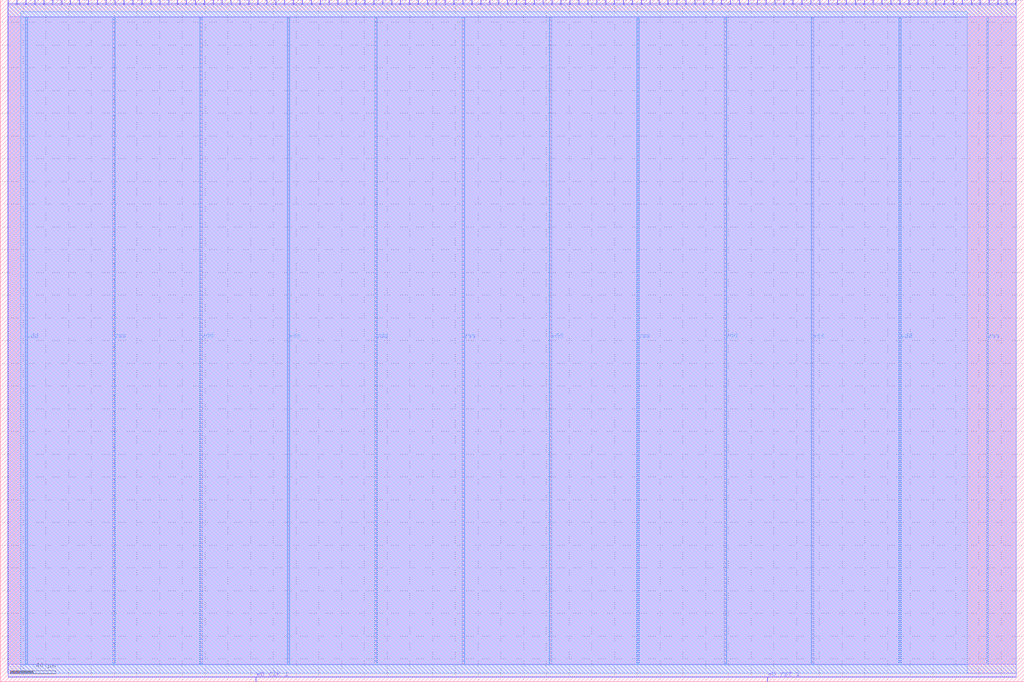
<source format=lef>
VERSION 5.7 ;
  NOWIREEXTENSIONATPIN ON ;
  DIVIDERCHAR "/" ;
  BUSBITCHARS "[]" ;
MACRO wrapped_as2650
  CLASS BLOCK ;
  FOREIGN wrapped_as2650 ;
  ORIGIN 0.000 0.000 ;
  SIZE 900.000 BY 600.000 ;
  PIN io_in[0]
    DIRECTION INPUT ;
    USE SIGNAL ;
    PORT
      LAYER Metal2 ;
        RECT 6.720 596.000 7.280 600.000 ;
    END
  END io_in[0]
  PIN io_in[10]
    DIRECTION INPUT ;
    USE SIGNAL ;
    PORT
      LAYER Metal2 ;
        RECT 241.920 596.000 242.480 600.000 ;
    END
  END io_in[10]
  PIN io_in[11]
    DIRECTION INPUT ;
    USE SIGNAL ;
    PORT
      LAYER Metal2 ;
        RECT 265.440 596.000 266.000 600.000 ;
    END
  END io_in[11]
  PIN io_in[12]
    DIRECTION INPUT ;
    USE SIGNAL ;
    PORT
      LAYER Metal2 ;
        RECT 288.960 596.000 289.520 600.000 ;
    END
  END io_in[12]
  PIN io_in[13]
    DIRECTION INPUT ;
    USE SIGNAL ;
    PORT
      LAYER Metal2 ;
        RECT 312.480 596.000 313.040 600.000 ;
    END
  END io_in[13]
  PIN io_in[14]
    DIRECTION INPUT ;
    USE SIGNAL ;
    PORT
      LAYER Metal2 ;
        RECT 336.000 596.000 336.560 600.000 ;
    END
  END io_in[14]
  PIN io_in[15]
    DIRECTION INPUT ;
    USE SIGNAL ;
    PORT
      LAYER Metal2 ;
        RECT 359.520 596.000 360.080 600.000 ;
    END
  END io_in[15]
  PIN io_in[16]
    DIRECTION INPUT ;
    USE SIGNAL ;
    PORT
      LAYER Metal2 ;
        RECT 383.040 596.000 383.600 600.000 ;
    END
  END io_in[16]
  PIN io_in[17]
    DIRECTION INPUT ;
    USE SIGNAL ;
    PORT
      LAYER Metal2 ;
        RECT 406.560 596.000 407.120 600.000 ;
    END
  END io_in[17]
  PIN io_in[18]
    DIRECTION INPUT ;
    USE SIGNAL ;
    PORT
      LAYER Metal2 ;
        RECT 430.080 596.000 430.640 600.000 ;
    END
  END io_in[18]
  PIN io_in[19]
    DIRECTION INPUT ;
    USE SIGNAL ;
    PORT
      LAYER Metal2 ;
        RECT 453.600 596.000 454.160 600.000 ;
    END
  END io_in[19]
  PIN io_in[1]
    DIRECTION INPUT ;
    USE SIGNAL ;
    PORT
      LAYER Metal2 ;
        RECT 30.240 596.000 30.800 600.000 ;
    END
  END io_in[1]
  PIN io_in[20]
    DIRECTION INPUT ;
    USE SIGNAL ;
    PORT
      LAYER Metal2 ;
        RECT 477.120 596.000 477.680 600.000 ;
    END
  END io_in[20]
  PIN io_in[21]
    DIRECTION INPUT ;
    USE SIGNAL ;
    PORT
      LAYER Metal2 ;
        RECT 500.640 596.000 501.200 600.000 ;
    END
  END io_in[21]
  PIN io_in[22]
    DIRECTION INPUT ;
    USE SIGNAL ;
    PORT
      LAYER Metal2 ;
        RECT 524.160 596.000 524.720 600.000 ;
    END
  END io_in[22]
  PIN io_in[23]
    DIRECTION INPUT ;
    USE SIGNAL ;
    PORT
      LAYER Metal2 ;
        RECT 547.680 596.000 548.240 600.000 ;
    END
  END io_in[23]
  PIN io_in[24]
    DIRECTION INPUT ;
    USE SIGNAL ;
    PORT
      LAYER Metal2 ;
        RECT 571.200 596.000 571.760 600.000 ;
    END
  END io_in[24]
  PIN io_in[25]
    DIRECTION INPUT ;
    USE SIGNAL ;
    PORT
      LAYER Metal2 ;
        RECT 594.720 596.000 595.280 600.000 ;
    END
  END io_in[25]
  PIN io_in[26]
    DIRECTION INPUT ;
    USE SIGNAL ;
    PORT
      LAYER Metal2 ;
        RECT 618.240 596.000 618.800 600.000 ;
    END
  END io_in[26]
  PIN io_in[27]
    DIRECTION INPUT ;
    USE SIGNAL ;
    PORT
      LAYER Metal2 ;
        RECT 641.760 596.000 642.320 600.000 ;
    END
  END io_in[27]
  PIN io_in[28]
    DIRECTION INPUT ;
    USE SIGNAL ;
    PORT
      LAYER Metal2 ;
        RECT 665.280 596.000 665.840 600.000 ;
    END
  END io_in[28]
  PIN io_in[29]
    DIRECTION INPUT ;
    USE SIGNAL ;
    PORT
      LAYER Metal2 ;
        RECT 688.800 596.000 689.360 600.000 ;
    END
  END io_in[29]
  PIN io_in[2]
    DIRECTION INPUT ;
    USE SIGNAL ;
    PORT
      LAYER Metal2 ;
        RECT 53.760 596.000 54.320 600.000 ;
    END
  END io_in[2]
  PIN io_in[30]
    DIRECTION INPUT ;
    USE SIGNAL ;
    PORT
      LAYER Metal2 ;
        RECT 712.320 596.000 712.880 600.000 ;
    END
  END io_in[30]
  PIN io_in[31]
    DIRECTION INPUT ;
    USE SIGNAL ;
    PORT
      LAYER Metal2 ;
        RECT 735.840 596.000 736.400 600.000 ;
    END
  END io_in[31]
  PIN io_in[32]
    DIRECTION INPUT ;
    USE SIGNAL ;
    PORT
      LAYER Metal2 ;
        RECT 759.360 596.000 759.920 600.000 ;
    END
  END io_in[32]
  PIN io_in[33]
    DIRECTION INPUT ;
    USE SIGNAL ;
    PORT
      LAYER Metal2 ;
        RECT 782.880 596.000 783.440 600.000 ;
    END
  END io_in[33]
  PIN io_in[34]
    DIRECTION INPUT ;
    USE SIGNAL ;
    PORT
      LAYER Metal2 ;
        RECT 806.400 596.000 806.960 600.000 ;
    END
  END io_in[34]
  PIN io_in[35]
    DIRECTION INPUT ;
    USE SIGNAL ;
    PORT
      LAYER Metal2 ;
        RECT 829.920 596.000 830.480 600.000 ;
    END
  END io_in[35]
  PIN io_in[36]
    DIRECTION INPUT ;
    USE SIGNAL ;
    PORT
      LAYER Metal2 ;
        RECT 853.440 596.000 854.000 600.000 ;
    END
  END io_in[36]
  PIN io_in[37]
    DIRECTION INPUT ;
    USE SIGNAL ;
    PORT
      LAYER Metal2 ;
        RECT 876.960 596.000 877.520 600.000 ;
    END
  END io_in[37]
  PIN io_in[3]
    DIRECTION INPUT ;
    USE SIGNAL ;
    PORT
      LAYER Metal2 ;
        RECT 77.280 596.000 77.840 600.000 ;
    END
  END io_in[3]
  PIN io_in[4]
    DIRECTION INPUT ;
    USE SIGNAL ;
    PORT
      LAYER Metal2 ;
        RECT 100.800 596.000 101.360 600.000 ;
    END
  END io_in[4]
  PIN io_in[5]
    DIRECTION INPUT ;
    USE SIGNAL ;
    PORT
      LAYER Metal2 ;
        RECT 124.320 596.000 124.880 600.000 ;
    END
  END io_in[5]
  PIN io_in[6]
    DIRECTION INPUT ;
    USE SIGNAL ;
    PORT
      LAYER Metal2 ;
        RECT 147.840 596.000 148.400 600.000 ;
    END
  END io_in[6]
  PIN io_in[7]
    DIRECTION INPUT ;
    USE SIGNAL ;
    PORT
      LAYER Metal2 ;
        RECT 171.360 596.000 171.920 600.000 ;
    END
  END io_in[7]
  PIN io_in[8]
    DIRECTION INPUT ;
    USE SIGNAL ;
    PORT
      LAYER Metal2 ;
        RECT 194.880 596.000 195.440 600.000 ;
    END
  END io_in[8]
  PIN io_in[9]
    DIRECTION INPUT ;
    USE SIGNAL ;
    PORT
      LAYER Metal2 ;
        RECT 218.400 596.000 218.960 600.000 ;
    END
  END io_in[9]
  PIN io_oeb[0]
    DIRECTION OUTPUT TRISTATE ;
    USE SIGNAL ;
    PORT
      LAYER Metal2 ;
        RECT 14.560 596.000 15.120 600.000 ;
    END
  END io_oeb[0]
  PIN io_oeb[10]
    DIRECTION OUTPUT TRISTATE ;
    USE SIGNAL ;
    PORT
      LAYER Metal2 ;
        RECT 249.760 596.000 250.320 600.000 ;
    END
  END io_oeb[10]
  PIN io_oeb[11]
    DIRECTION OUTPUT TRISTATE ;
    USE SIGNAL ;
    PORT
      LAYER Metal2 ;
        RECT 273.280 596.000 273.840 600.000 ;
    END
  END io_oeb[11]
  PIN io_oeb[12]
    DIRECTION OUTPUT TRISTATE ;
    USE SIGNAL ;
    PORT
      LAYER Metal2 ;
        RECT 296.800 596.000 297.360 600.000 ;
    END
  END io_oeb[12]
  PIN io_oeb[13]
    DIRECTION OUTPUT TRISTATE ;
    USE SIGNAL ;
    PORT
      LAYER Metal2 ;
        RECT 320.320 596.000 320.880 600.000 ;
    END
  END io_oeb[13]
  PIN io_oeb[14]
    DIRECTION OUTPUT TRISTATE ;
    USE SIGNAL ;
    PORT
      LAYER Metal2 ;
        RECT 343.840 596.000 344.400 600.000 ;
    END
  END io_oeb[14]
  PIN io_oeb[15]
    DIRECTION OUTPUT TRISTATE ;
    USE SIGNAL ;
    PORT
      LAYER Metal2 ;
        RECT 367.360 596.000 367.920 600.000 ;
    END
  END io_oeb[15]
  PIN io_oeb[16]
    DIRECTION OUTPUT TRISTATE ;
    USE SIGNAL ;
    PORT
      LAYER Metal2 ;
        RECT 390.880 596.000 391.440 600.000 ;
    END
  END io_oeb[16]
  PIN io_oeb[17]
    DIRECTION OUTPUT TRISTATE ;
    USE SIGNAL ;
    PORT
      LAYER Metal2 ;
        RECT 414.400 596.000 414.960 600.000 ;
    END
  END io_oeb[17]
  PIN io_oeb[18]
    DIRECTION OUTPUT TRISTATE ;
    USE SIGNAL ;
    PORT
      LAYER Metal2 ;
        RECT 437.920 596.000 438.480 600.000 ;
    END
  END io_oeb[18]
  PIN io_oeb[19]
    DIRECTION OUTPUT TRISTATE ;
    USE SIGNAL ;
    PORT
      LAYER Metal2 ;
        RECT 461.440 596.000 462.000 600.000 ;
    END
  END io_oeb[19]
  PIN io_oeb[1]
    DIRECTION OUTPUT TRISTATE ;
    USE SIGNAL ;
    PORT
      LAYER Metal2 ;
        RECT 38.080 596.000 38.640 600.000 ;
    END
  END io_oeb[1]
  PIN io_oeb[20]
    DIRECTION OUTPUT TRISTATE ;
    USE SIGNAL ;
    PORT
      LAYER Metal2 ;
        RECT 484.960 596.000 485.520 600.000 ;
    END
  END io_oeb[20]
  PIN io_oeb[21]
    DIRECTION OUTPUT TRISTATE ;
    USE SIGNAL ;
    PORT
      LAYER Metal2 ;
        RECT 508.480 596.000 509.040 600.000 ;
    END
  END io_oeb[21]
  PIN io_oeb[22]
    DIRECTION OUTPUT TRISTATE ;
    USE SIGNAL ;
    PORT
      LAYER Metal2 ;
        RECT 532.000 596.000 532.560 600.000 ;
    END
  END io_oeb[22]
  PIN io_oeb[23]
    DIRECTION OUTPUT TRISTATE ;
    USE SIGNAL ;
    PORT
      LAYER Metal2 ;
        RECT 555.520 596.000 556.080 600.000 ;
    END
  END io_oeb[23]
  PIN io_oeb[24]
    DIRECTION OUTPUT TRISTATE ;
    USE SIGNAL ;
    PORT
      LAYER Metal2 ;
        RECT 579.040 596.000 579.600 600.000 ;
    END
  END io_oeb[24]
  PIN io_oeb[25]
    DIRECTION OUTPUT TRISTATE ;
    USE SIGNAL ;
    PORT
      LAYER Metal2 ;
        RECT 602.560 596.000 603.120 600.000 ;
    END
  END io_oeb[25]
  PIN io_oeb[26]
    DIRECTION OUTPUT TRISTATE ;
    USE SIGNAL ;
    PORT
      LAYER Metal2 ;
        RECT 626.080 596.000 626.640 600.000 ;
    END
  END io_oeb[26]
  PIN io_oeb[27]
    DIRECTION OUTPUT TRISTATE ;
    USE SIGNAL ;
    PORT
      LAYER Metal2 ;
        RECT 649.600 596.000 650.160 600.000 ;
    END
  END io_oeb[27]
  PIN io_oeb[28]
    DIRECTION OUTPUT TRISTATE ;
    USE SIGNAL ;
    PORT
      LAYER Metal2 ;
        RECT 673.120 596.000 673.680 600.000 ;
    END
  END io_oeb[28]
  PIN io_oeb[29]
    DIRECTION OUTPUT TRISTATE ;
    USE SIGNAL ;
    PORT
      LAYER Metal2 ;
        RECT 696.640 596.000 697.200 600.000 ;
    END
  END io_oeb[29]
  PIN io_oeb[2]
    DIRECTION OUTPUT TRISTATE ;
    USE SIGNAL ;
    PORT
      LAYER Metal2 ;
        RECT 61.600 596.000 62.160 600.000 ;
    END
  END io_oeb[2]
  PIN io_oeb[30]
    DIRECTION OUTPUT TRISTATE ;
    USE SIGNAL ;
    PORT
      LAYER Metal2 ;
        RECT 720.160 596.000 720.720 600.000 ;
    END
  END io_oeb[30]
  PIN io_oeb[31]
    DIRECTION OUTPUT TRISTATE ;
    USE SIGNAL ;
    PORT
      LAYER Metal2 ;
        RECT 743.680 596.000 744.240 600.000 ;
    END
  END io_oeb[31]
  PIN io_oeb[32]
    DIRECTION OUTPUT TRISTATE ;
    USE SIGNAL ;
    PORT
      LAYER Metal2 ;
        RECT 767.200 596.000 767.760 600.000 ;
    END
  END io_oeb[32]
  PIN io_oeb[33]
    DIRECTION OUTPUT TRISTATE ;
    USE SIGNAL ;
    PORT
      LAYER Metal2 ;
        RECT 790.720 596.000 791.280 600.000 ;
    END
  END io_oeb[33]
  PIN io_oeb[34]
    DIRECTION OUTPUT TRISTATE ;
    USE SIGNAL ;
    PORT
      LAYER Metal2 ;
        RECT 814.240 596.000 814.800 600.000 ;
    END
  END io_oeb[34]
  PIN io_oeb[35]
    DIRECTION OUTPUT TRISTATE ;
    USE SIGNAL ;
    PORT
      LAYER Metal2 ;
        RECT 837.760 596.000 838.320 600.000 ;
    END
  END io_oeb[35]
  PIN io_oeb[36]
    DIRECTION OUTPUT TRISTATE ;
    USE SIGNAL ;
    PORT
      LAYER Metal2 ;
        RECT 861.280 596.000 861.840 600.000 ;
    END
  END io_oeb[36]
  PIN io_oeb[37]
    DIRECTION OUTPUT TRISTATE ;
    USE SIGNAL ;
    PORT
      LAYER Metal2 ;
        RECT 884.800 596.000 885.360 600.000 ;
    END
  END io_oeb[37]
  PIN io_oeb[3]
    DIRECTION OUTPUT TRISTATE ;
    USE SIGNAL ;
    PORT
      LAYER Metal2 ;
        RECT 85.120 596.000 85.680 600.000 ;
    END
  END io_oeb[3]
  PIN io_oeb[4]
    DIRECTION OUTPUT TRISTATE ;
    USE SIGNAL ;
    PORT
      LAYER Metal2 ;
        RECT 108.640 596.000 109.200 600.000 ;
    END
  END io_oeb[4]
  PIN io_oeb[5]
    DIRECTION OUTPUT TRISTATE ;
    USE SIGNAL ;
    PORT
      LAYER Metal2 ;
        RECT 132.160 596.000 132.720 600.000 ;
    END
  END io_oeb[5]
  PIN io_oeb[6]
    DIRECTION OUTPUT TRISTATE ;
    USE SIGNAL ;
    PORT
      LAYER Metal2 ;
        RECT 155.680 596.000 156.240 600.000 ;
    END
  END io_oeb[6]
  PIN io_oeb[7]
    DIRECTION OUTPUT TRISTATE ;
    USE SIGNAL ;
    PORT
      LAYER Metal2 ;
        RECT 179.200 596.000 179.760 600.000 ;
    END
  END io_oeb[7]
  PIN io_oeb[8]
    DIRECTION OUTPUT TRISTATE ;
    USE SIGNAL ;
    PORT
      LAYER Metal2 ;
        RECT 202.720 596.000 203.280 600.000 ;
    END
  END io_oeb[8]
  PIN io_oeb[9]
    DIRECTION OUTPUT TRISTATE ;
    USE SIGNAL ;
    PORT
      LAYER Metal2 ;
        RECT 226.240 596.000 226.800 600.000 ;
    END
  END io_oeb[9]
  PIN io_out[0]
    DIRECTION OUTPUT TRISTATE ;
    USE SIGNAL ;
    PORT
      LAYER Metal2 ;
        RECT 22.400 596.000 22.960 600.000 ;
    END
  END io_out[0]
  PIN io_out[10]
    DIRECTION OUTPUT TRISTATE ;
    USE SIGNAL ;
    PORT
      LAYER Metal2 ;
        RECT 257.600 596.000 258.160 600.000 ;
    END
  END io_out[10]
  PIN io_out[11]
    DIRECTION OUTPUT TRISTATE ;
    USE SIGNAL ;
    PORT
      LAYER Metal2 ;
        RECT 281.120 596.000 281.680 600.000 ;
    END
  END io_out[11]
  PIN io_out[12]
    DIRECTION OUTPUT TRISTATE ;
    USE SIGNAL ;
    PORT
      LAYER Metal2 ;
        RECT 304.640 596.000 305.200 600.000 ;
    END
  END io_out[12]
  PIN io_out[13]
    DIRECTION OUTPUT TRISTATE ;
    USE SIGNAL ;
    PORT
      LAYER Metal2 ;
        RECT 328.160 596.000 328.720 600.000 ;
    END
  END io_out[13]
  PIN io_out[14]
    DIRECTION OUTPUT TRISTATE ;
    USE SIGNAL ;
    PORT
      LAYER Metal2 ;
        RECT 351.680 596.000 352.240 600.000 ;
    END
  END io_out[14]
  PIN io_out[15]
    DIRECTION OUTPUT TRISTATE ;
    USE SIGNAL ;
    PORT
      LAYER Metal2 ;
        RECT 375.200 596.000 375.760 600.000 ;
    END
  END io_out[15]
  PIN io_out[16]
    DIRECTION OUTPUT TRISTATE ;
    USE SIGNAL ;
    PORT
      LAYER Metal2 ;
        RECT 398.720 596.000 399.280 600.000 ;
    END
  END io_out[16]
  PIN io_out[17]
    DIRECTION OUTPUT TRISTATE ;
    USE SIGNAL ;
    PORT
      LAYER Metal2 ;
        RECT 422.240 596.000 422.800 600.000 ;
    END
  END io_out[17]
  PIN io_out[18]
    DIRECTION OUTPUT TRISTATE ;
    USE SIGNAL ;
    PORT
      LAYER Metal2 ;
        RECT 445.760 596.000 446.320 600.000 ;
    END
  END io_out[18]
  PIN io_out[19]
    DIRECTION OUTPUT TRISTATE ;
    USE SIGNAL ;
    PORT
      LAYER Metal2 ;
        RECT 469.280 596.000 469.840 600.000 ;
    END
  END io_out[19]
  PIN io_out[1]
    DIRECTION OUTPUT TRISTATE ;
    USE SIGNAL ;
    PORT
      LAYER Metal2 ;
        RECT 45.920 596.000 46.480 600.000 ;
    END
  END io_out[1]
  PIN io_out[20]
    DIRECTION OUTPUT TRISTATE ;
    USE SIGNAL ;
    PORT
      LAYER Metal2 ;
        RECT 492.800 596.000 493.360 600.000 ;
    END
  END io_out[20]
  PIN io_out[21]
    DIRECTION OUTPUT TRISTATE ;
    USE SIGNAL ;
    PORT
      LAYER Metal2 ;
        RECT 516.320 596.000 516.880 600.000 ;
    END
  END io_out[21]
  PIN io_out[22]
    DIRECTION OUTPUT TRISTATE ;
    USE SIGNAL ;
    PORT
      LAYER Metal2 ;
        RECT 539.840 596.000 540.400 600.000 ;
    END
  END io_out[22]
  PIN io_out[23]
    DIRECTION OUTPUT TRISTATE ;
    USE SIGNAL ;
    PORT
      LAYER Metal2 ;
        RECT 563.360 596.000 563.920 600.000 ;
    END
  END io_out[23]
  PIN io_out[24]
    DIRECTION OUTPUT TRISTATE ;
    USE SIGNAL ;
    PORT
      LAYER Metal2 ;
        RECT 586.880 596.000 587.440 600.000 ;
    END
  END io_out[24]
  PIN io_out[25]
    DIRECTION OUTPUT TRISTATE ;
    USE SIGNAL ;
    PORT
      LAYER Metal2 ;
        RECT 610.400 596.000 610.960 600.000 ;
    END
  END io_out[25]
  PIN io_out[26]
    DIRECTION OUTPUT TRISTATE ;
    USE SIGNAL ;
    PORT
      LAYER Metal2 ;
        RECT 633.920 596.000 634.480 600.000 ;
    END
  END io_out[26]
  PIN io_out[27]
    DIRECTION OUTPUT TRISTATE ;
    USE SIGNAL ;
    PORT
      LAYER Metal2 ;
        RECT 657.440 596.000 658.000 600.000 ;
    END
  END io_out[27]
  PIN io_out[28]
    DIRECTION OUTPUT TRISTATE ;
    USE SIGNAL ;
    PORT
      LAYER Metal2 ;
        RECT 680.960 596.000 681.520 600.000 ;
    END
  END io_out[28]
  PIN io_out[29]
    DIRECTION OUTPUT TRISTATE ;
    USE SIGNAL ;
    PORT
      LAYER Metal2 ;
        RECT 704.480 596.000 705.040 600.000 ;
    END
  END io_out[29]
  PIN io_out[2]
    DIRECTION OUTPUT TRISTATE ;
    USE SIGNAL ;
    PORT
      LAYER Metal2 ;
        RECT 69.440 596.000 70.000 600.000 ;
    END
  END io_out[2]
  PIN io_out[30]
    DIRECTION OUTPUT TRISTATE ;
    USE SIGNAL ;
    PORT
      LAYER Metal2 ;
        RECT 728.000 596.000 728.560 600.000 ;
    END
  END io_out[30]
  PIN io_out[31]
    DIRECTION OUTPUT TRISTATE ;
    USE SIGNAL ;
    PORT
      LAYER Metal2 ;
        RECT 751.520 596.000 752.080 600.000 ;
    END
  END io_out[31]
  PIN io_out[32]
    DIRECTION OUTPUT TRISTATE ;
    USE SIGNAL ;
    PORT
      LAYER Metal2 ;
        RECT 775.040 596.000 775.600 600.000 ;
    END
  END io_out[32]
  PIN io_out[33]
    DIRECTION OUTPUT TRISTATE ;
    USE SIGNAL ;
    PORT
      LAYER Metal2 ;
        RECT 798.560 596.000 799.120 600.000 ;
    END
  END io_out[33]
  PIN io_out[34]
    DIRECTION OUTPUT TRISTATE ;
    USE SIGNAL ;
    PORT
      LAYER Metal2 ;
        RECT 822.080 596.000 822.640 600.000 ;
    END
  END io_out[34]
  PIN io_out[35]
    DIRECTION OUTPUT TRISTATE ;
    USE SIGNAL ;
    PORT
      LAYER Metal2 ;
        RECT 845.600 596.000 846.160 600.000 ;
    END
  END io_out[35]
  PIN io_out[36]
    DIRECTION OUTPUT TRISTATE ;
    USE SIGNAL ;
    PORT
      LAYER Metal2 ;
        RECT 869.120 596.000 869.680 600.000 ;
    END
  END io_out[36]
  PIN io_out[37]
    DIRECTION OUTPUT TRISTATE ;
    USE SIGNAL ;
    PORT
      LAYER Metal2 ;
        RECT 892.640 596.000 893.200 600.000 ;
    END
  END io_out[37]
  PIN io_out[3]
    DIRECTION OUTPUT TRISTATE ;
    USE SIGNAL ;
    PORT
      LAYER Metal2 ;
        RECT 92.960 596.000 93.520 600.000 ;
    END
  END io_out[3]
  PIN io_out[4]
    DIRECTION OUTPUT TRISTATE ;
    USE SIGNAL ;
    PORT
      LAYER Metal2 ;
        RECT 116.480 596.000 117.040 600.000 ;
    END
  END io_out[4]
  PIN io_out[5]
    DIRECTION OUTPUT TRISTATE ;
    USE SIGNAL ;
    PORT
      LAYER Metal2 ;
        RECT 140.000 596.000 140.560 600.000 ;
    END
  END io_out[5]
  PIN io_out[6]
    DIRECTION OUTPUT TRISTATE ;
    USE SIGNAL ;
    PORT
      LAYER Metal2 ;
        RECT 163.520 596.000 164.080 600.000 ;
    END
  END io_out[6]
  PIN io_out[7]
    DIRECTION OUTPUT TRISTATE ;
    USE SIGNAL ;
    PORT
      LAYER Metal2 ;
        RECT 187.040 596.000 187.600 600.000 ;
    END
  END io_out[7]
  PIN io_out[8]
    DIRECTION OUTPUT TRISTATE ;
    USE SIGNAL ;
    PORT
      LAYER Metal2 ;
        RECT 210.560 596.000 211.120 600.000 ;
    END
  END io_out[8]
  PIN io_out[9]
    DIRECTION OUTPUT TRISTATE ;
    USE SIGNAL ;
    PORT
      LAYER Metal2 ;
        RECT 234.080 596.000 234.640 600.000 ;
    END
  END io_out[9]
  PIN vdd
    DIRECTION INOUT ;
    USE POWER ;
    PORT
      LAYER Metal4 ;
        RECT 22.240 15.380 23.840 584.380 ;
    END
    PORT
      LAYER Metal4 ;
        RECT 175.840 15.380 177.440 584.380 ;
    END
    PORT
      LAYER Metal4 ;
        RECT 329.440 15.380 331.040 584.380 ;
    END
    PORT
      LAYER Metal4 ;
        RECT 483.040 15.380 484.640 584.380 ;
    END
    PORT
      LAYER Metal4 ;
        RECT 636.640 15.380 638.240 584.380 ;
    END
    PORT
      LAYER Metal4 ;
        RECT 790.240 15.380 791.840 584.380 ;
    END
  END vdd
  PIN vss
    DIRECTION INOUT ;
    USE GROUND ;
    PORT
      LAYER Metal4 ;
        RECT 99.040 15.380 100.640 584.380 ;
    END
    PORT
      LAYER Metal4 ;
        RECT 252.640 15.380 254.240 584.380 ;
    END
    PORT
      LAYER Metal4 ;
        RECT 406.240 15.380 407.840 584.380 ;
    END
    PORT
      LAYER Metal4 ;
        RECT 559.840 15.380 561.440 584.380 ;
    END
    PORT
      LAYER Metal4 ;
        RECT 713.440 15.380 715.040 584.380 ;
    END
    PORT
      LAYER Metal4 ;
        RECT 867.040 15.380 868.640 584.380 ;
    END
  END vss
  PIN wb_clk_i
    DIRECTION INPUT ;
    USE SIGNAL ;
    PORT
      LAYER Metal2 ;
        RECT 224.560 0.000 225.120 4.000 ;
    END
  END wb_clk_i
  PIN wb_rst_i
    DIRECTION INPUT ;
    USE SIGNAL ;
    PORT
      LAYER Metal2 ;
        RECT 674.240 0.000 674.800 4.000 ;
    END
  END wb_rst_i
  OBS
      LAYER Metal1 ;
        RECT 6.720 15.380 893.200 585.050 ;
      LAYER Metal2 ;
        RECT 7.580 595.700 14.260 596.870 ;
        RECT 15.420 595.700 22.100 596.870 ;
        RECT 23.260 595.700 29.940 596.870 ;
        RECT 31.100 595.700 37.780 596.870 ;
        RECT 38.940 595.700 45.620 596.870 ;
        RECT 46.780 595.700 53.460 596.870 ;
        RECT 54.620 595.700 61.300 596.870 ;
        RECT 62.460 595.700 69.140 596.870 ;
        RECT 70.300 595.700 76.980 596.870 ;
        RECT 78.140 595.700 84.820 596.870 ;
        RECT 85.980 595.700 92.660 596.870 ;
        RECT 93.820 595.700 100.500 596.870 ;
        RECT 101.660 595.700 108.340 596.870 ;
        RECT 109.500 595.700 116.180 596.870 ;
        RECT 117.340 595.700 124.020 596.870 ;
        RECT 125.180 595.700 131.860 596.870 ;
        RECT 133.020 595.700 139.700 596.870 ;
        RECT 140.860 595.700 147.540 596.870 ;
        RECT 148.700 595.700 155.380 596.870 ;
        RECT 156.540 595.700 163.220 596.870 ;
        RECT 164.380 595.700 171.060 596.870 ;
        RECT 172.220 595.700 178.900 596.870 ;
        RECT 180.060 595.700 186.740 596.870 ;
        RECT 187.900 595.700 194.580 596.870 ;
        RECT 195.740 595.700 202.420 596.870 ;
        RECT 203.580 595.700 210.260 596.870 ;
        RECT 211.420 595.700 218.100 596.870 ;
        RECT 219.260 595.700 225.940 596.870 ;
        RECT 227.100 595.700 233.780 596.870 ;
        RECT 234.940 595.700 241.620 596.870 ;
        RECT 242.780 595.700 249.460 596.870 ;
        RECT 250.620 595.700 257.300 596.870 ;
        RECT 258.460 595.700 265.140 596.870 ;
        RECT 266.300 595.700 272.980 596.870 ;
        RECT 274.140 595.700 280.820 596.870 ;
        RECT 281.980 595.700 288.660 596.870 ;
        RECT 289.820 595.700 296.500 596.870 ;
        RECT 297.660 595.700 304.340 596.870 ;
        RECT 305.500 595.700 312.180 596.870 ;
        RECT 313.340 595.700 320.020 596.870 ;
        RECT 321.180 595.700 327.860 596.870 ;
        RECT 329.020 595.700 335.700 596.870 ;
        RECT 336.860 595.700 343.540 596.870 ;
        RECT 344.700 595.700 351.380 596.870 ;
        RECT 352.540 595.700 359.220 596.870 ;
        RECT 360.380 595.700 367.060 596.870 ;
        RECT 368.220 595.700 374.900 596.870 ;
        RECT 376.060 595.700 382.740 596.870 ;
        RECT 383.900 595.700 390.580 596.870 ;
        RECT 391.740 595.700 398.420 596.870 ;
        RECT 399.580 595.700 406.260 596.870 ;
        RECT 407.420 595.700 414.100 596.870 ;
        RECT 415.260 595.700 421.940 596.870 ;
        RECT 423.100 595.700 429.780 596.870 ;
        RECT 430.940 595.700 437.620 596.870 ;
        RECT 438.780 595.700 445.460 596.870 ;
        RECT 446.620 595.700 453.300 596.870 ;
        RECT 454.460 595.700 461.140 596.870 ;
        RECT 462.300 595.700 468.980 596.870 ;
        RECT 470.140 595.700 476.820 596.870 ;
        RECT 477.980 595.700 484.660 596.870 ;
        RECT 485.820 595.700 492.500 596.870 ;
        RECT 493.660 595.700 500.340 596.870 ;
        RECT 501.500 595.700 508.180 596.870 ;
        RECT 509.340 595.700 516.020 596.870 ;
        RECT 517.180 595.700 523.860 596.870 ;
        RECT 525.020 595.700 531.700 596.870 ;
        RECT 532.860 595.700 539.540 596.870 ;
        RECT 540.700 595.700 547.380 596.870 ;
        RECT 548.540 595.700 555.220 596.870 ;
        RECT 556.380 595.700 563.060 596.870 ;
        RECT 564.220 595.700 570.900 596.870 ;
        RECT 572.060 595.700 578.740 596.870 ;
        RECT 579.900 595.700 586.580 596.870 ;
        RECT 587.740 595.700 594.420 596.870 ;
        RECT 595.580 595.700 602.260 596.870 ;
        RECT 603.420 595.700 610.100 596.870 ;
        RECT 611.260 595.700 617.940 596.870 ;
        RECT 619.100 595.700 625.780 596.870 ;
        RECT 626.940 595.700 633.620 596.870 ;
        RECT 634.780 595.700 641.460 596.870 ;
        RECT 642.620 595.700 649.300 596.870 ;
        RECT 650.460 595.700 657.140 596.870 ;
        RECT 658.300 595.700 664.980 596.870 ;
        RECT 666.140 595.700 672.820 596.870 ;
        RECT 673.980 595.700 680.660 596.870 ;
        RECT 681.820 595.700 688.500 596.870 ;
        RECT 689.660 595.700 696.340 596.870 ;
        RECT 697.500 595.700 704.180 596.870 ;
        RECT 705.340 595.700 712.020 596.870 ;
        RECT 713.180 595.700 719.860 596.870 ;
        RECT 721.020 595.700 727.700 596.870 ;
        RECT 728.860 595.700 735.540 596.870 ;
        RECT 736.700 595.700 743.380 596.870 ;
        RECT 744.540 595.700 751.220 596.870 ;
        RECT 752.380 595.700 759.060 596.870 ;
        RECT 760.220 595.700 766.900 596.870 ;
        RECT 768.060 595.700 774.740 596.870 ;
        RECT 775.900 595.700 782.580 596.870 ;
        RECT 783.740 595.700 790.420 596.870 ;
        RECT 791.580 595.700 798.260 596.870 ;
        RECT 799.420 595.700 806.100 596.870 ;
        RECT 807.260 595.700 813.940 596.870 ;
        RECT 815.100 595.700 821.780 596.870 ;
        RECT 822.940 595.700 829.620 596.870 ;
        RECT 830.780 595.700 837.460 596.870 ;
        RECT 838.620 595.700 845.300 596.870 ;
        RECT 846.460 595.700 853.140 596.870 ;
        RECT 854.300 595.700 860.980 596.870 ;
        RECT 862.140 595.700 868.820 596.870 ;
        RECT 869.980 595.700 876.660 596.870 ;
        RECT 877.820 595.700 884.500 596.870 ;
        RECT 885.660 595.700 892.340 596.870 ;
        RECT 6.860 4.300 893.060 595.700 ;
        RECT 6.860 4.000 224.260 4.300 ;
        RECT 225.420 4.000 673.940 4.300 ;
        RECT 675.100 4.000 893.060 4.300 ;
      LAYER Metal3 ;
        RECT 6.810 7.420 893.110 596.820 ;
      LAYER Metal4 ;
        RECT 18.060 584.680 849.940 589.590 ;
        RECT 18.060 15.080 21.940 584.680 ;
        RECT 24.140 15.080 98.740 584.680 ;
        RECT 100.940 15.080 175.540 584.680 ;
        RECT 177.740 15.080 252.340 584.680 ;
        RECT 254.540 15.080 329.140 584.680 ;
        RECT 331.340 15.080 405.940 584.680 ;
        RECT 408.140 15.080 482.740 584.680 ;
        RECT 484.940 15.080 559.540 584.680 ;
        RECT 561.740 15.080 636.340 584.680 ;
        RECT 638.540 15.080 713.140 584.680 ;
        RECT 715.340 15.080 789.940 584.680 ;
        RECT 792.140 15.080 849.940 584.680 ;
        RECT 18.060 7.370 849.940 15.080 ;
  END
END wrapped_as2650
END LIBRARY


</source>
